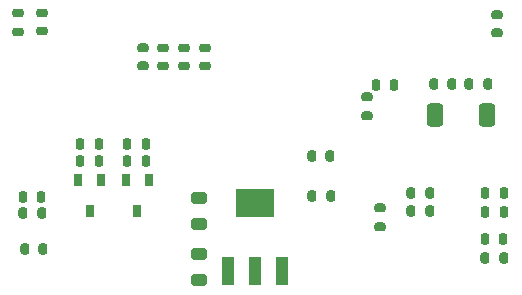
<source format=gbp>
G04*
G04 #@! TF.GenerationSoftware,Altium Limited,Altium Designer,20.1.11 (218)*
G04*
G04 Layer_Color=128*
%FSTAX24Y24*%
%MOIN*%
G70*
G04*
G04 #@! TF.SameCoordinates,E2051E8E-EE30-42B2-978D-12B425F2BF15*
G04*
G04*
G04 #@! TF.FilePolarity,Positive*
G04*
G01*
G75*
G04:AMPARAMS|DCode=23|XSize=37mil|YSize=29mil|CornerRadius=7.3mil|HoleSize=0mil|Usage=FLASHONLY|Rotation=0.000|XOffset=0mil|YOffset=0mil|HoleType=Round|Shape=RoundedRectangle|*
%AMROUNDEDRECTD23*
21,1,0.0370,0.0145,0,0,0.0*
21,1,0.0225,0.0290,0,0,0.0*
1,1,0.0145,0.0113,-0.0073*
1,1,0.0145,-0.0113,-0.0073*
1,1,0.0145,-0.0113,0.0073*
1,1,0.0145,0.0113,0.0073*
%
%ADD23ROUNDEDRECTD23*%
G04:AMPARAMS|DCode=24|XSize=37mil|YSize=29mil|CornerRadius=7.3mil|HoleSize=0mil|Usage=FLASHONLY|Rotation=270.000|XOffset=0mil|YOffset=0mil|HoleType=Round|Shape=RoundedRectangle|*
%AMROUNDEDRECTD24*
21,1,0.0370,0.0145,0,0,270.0*
21,1,0.0225,0.0290,0,0,270.0*
1,1,0.0145,-0.0073,-0.0113*
1,1,0.0145,-0.0073,0.0113*
1,1,0.0145,0.0073,0.0113*
1,1,0.0145,0.0073,-0.0113*
%
%ADD24ROUNDEDRECTD24*%
G04:AMPARAMS|DCode=57|XSize=37mil|YSize=30mil|CornerRadius=7.5mil|HoleSize=0mil|Usage=FLASHONLY|Rotation=270.000|XOffset=0mil|YOffset=0mil|HoleType=Round|Shape=RoundedRectangle|*
%AMROUNDEDRECTD57*
21,1,0.0370,0.0150,0,0,270.0*
21,1,0.0220,0.0300,0,0,270.0*
1,1,0.0150,-0.0075,-0.0110*
1,1,0.0150,-0.0075,0.0110*
1,1,0.0150,0.0075,0.0110*
1,1,0.0150,0.0075,-0.0110*
%
%ADD57ROUNDEDRECTD57*%
G04:AMPARAMS|DCode=58|XSize=37mil|YSize=30mil|CornerRadius=7.5mil|HoleSize=0mil|Usage=FLASHONLY|Rotation=0.000|XOffset=0mil|YOffset=0mil|HoleType=Round|Shape=RoundedRectangle|*
%AMROUNDEDRECTD58*
21,1,0.0370,0.0150,0,0,0.0*
21,1,0.0220,0.0300,0,0,0.0*
1,1,0.0150,0.0110,-0.0075*
1,1,0.0150,-0.0110,-0.0075*
1,1,0.0150,-0.0110,0.0075*
1,1,0.0150,0.0110,0.0075*
%
%ADD58ROUNDEDRECTD58*%
G04:AMPARAMS|DCode=59|XSize=55.1mil|YSize=78.7mil|CornerRadius=13.8mil|HoleSize=0mil|Usage=FLASHONLY|Rotation=180.000|XOffset=0mil|YOffset=0mil|HoleType=Round|Shape=RoundedRectangle|*
%AMROUNDEDRECTD59*
21,1,0.0551,0.0512,0,0,180.0*
21,1,0.0276,0.0787,0,0,180.0*
1,1,0.0276,-0.0138,0.0256*
1,1,0.0276,0.0138,0.0256*
1,1,0.0276,0.0138,-0.0256*
1,1,0.0276,-0.0138,-0.0256*
%
%ADD59ROUNDEDRECTD59*%
%ADD60R,0.1299X0.0945*%
G04:AMPARAMS|DCode=61|XSize=40mil|YSize=52mil|CornerRadius=10mil|HoleSize=0mil|Usage=FLASHONLY|Rotation=90.000|XOffset=0mil|YOffset=0mil|HoleType=Round|Shape=RoundedRectangle|*
%AMROUNDEDRECTD61*
21,1,0.0400,0.0320,0,0,90.0*
21,1,0.0200,0.0520,0,0,90.0*
1,1,0.0200,0.0160,0.0100*
1,1,0.0200,0.0160,-0.0100*
1,1,0.0200,-0.0160,-0.0100*
1,1,0.0200,-0.0160,0.0100*
%
%ADD61ROUNDEDRECTD61*%
%ADD62R,0.0394X0.0945*%
%ADD63R,0.0300X0.0400*%
D23*
X050502Y035566D02*
D03*
Y034946D02*
D03*
X049705Y035556D02*
D03*
Y034936D02*
D03*
X054537Y034404D02*
D03*
Y033784D02*
D03*
X055226D02*
D03*
Y034404D02*
D03*
X055915Y033784D02*
D03*
Y034404D02*
D03*
D24*
X052387Y03063D02*
D03*
X053942Y03061D02*
D03*
X062239Y03315D02*
D03*
X061619D02*
D03*
X051767Y031181D02*
D03*
X052387D02*
D03*
X051767Y03063D02*
D03*
X050467Y029429D02*
D03*
X049847D02*
D03*
X053322Y03061D02*
D03*
X053942Y031181D02*
D03*
X053322D02*
D03*
X065251Y028031D02*
D03*
X065871D02*
D03*
X065881Y028917D02*
D03*
X065261D02*
D03*
X065881Y029547D02*
D03*
X065261D02*
D03*
D57*
X059488Y030787D02*
D03*
X060108D02*
D03*
X06342Y028976D02*
D03*
X0628D02*
D03*
X050536Y027677D02*
D03*
X049916D02*
D03*
X050487Y028907D02*
D03*
X049867D02*
D03*
X0628Y029567D02*
D03*
X06342D02*
D03*
X065261Y027382D02*
D03*
X065881D02*
D03*
X060113Y029449D02*
D03*
X059493D02*
D03*
X064729Y033189D02*
D03*
X065349D02*
D03*
X064168D02*
D03*
X063548D02*
D03*
D58*
X061772Y02843D02*
D03*
Y02905D02*
D03*
X065669Y035507D02*
D03*
Y034887D02*
D03*
X053848Y034404D02*
D03*
Y033784D02*
D03*
X061339Y032136D02*
D03*
Y032756D02*
D03*
D59*
X063583Y032165D02*
D03*
X065315D02*
D03*
D60*
X057589Y029232D02*
D03*
D61*
X055718Y029409D02*
D03*
Y026673D02*
D03*
Y027539D02*
D03*
Y028543D02*
D03*
D62*
X057589Y026949D02*
D03*
X056683D02*
D03*
X058494D02*
D03*
D63*
X052465Y030008D02*
D03*
X054049Y029998D02*
D03*
X052079Y028968D02*
D03*
X051707Y030008D02*
D03*
X053291Y029998D02*
D03*
X053663Y028958D02*
D03*
M02*

</source>
